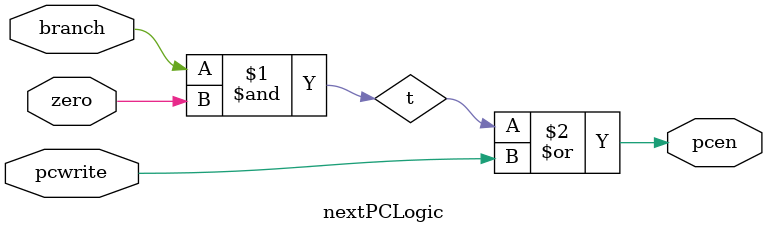
<source format=v>

`timescale 1ns/1ns
module nextPCLogic
    (input zero,
    input branch,
    input pcwrite,
    output pcen);
    
wire t;

assign t = branch & zero;
assign pcen = t | pcwrite;

endmodule


</source>
